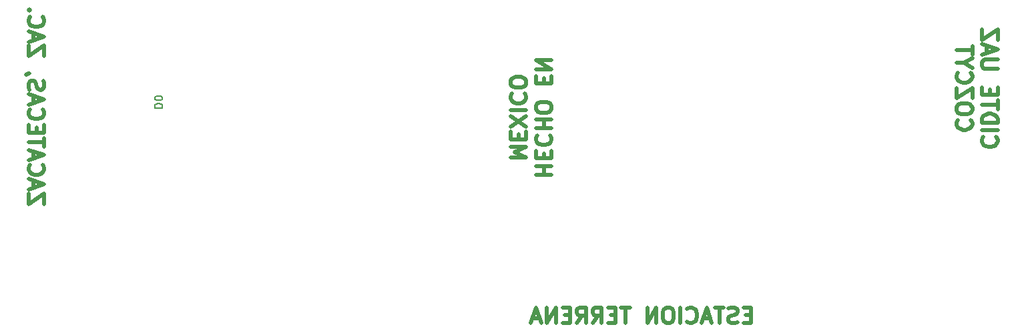
<source format=gbr>
%TF.GenerationSoftware,KiCad,Pcbnew,8.0.4*%
%TF.CreationDate,2024-08-12T16:36:46-06:00*%
%TF.ProjectId,eTerrena,65546572-7265-46e6-912e-6b696361645f,rev?*%
%TF.SameCoordinates,Original*%
%TF.FileFunction,Legend,Bot*%
%TF.FilePolarity,Positive*%
%FSLAX46Y46*%
G04 Gerber Fmt 4.6, Leading zero omitted, Abs format (unit mm)*
G04 Created by KiCad (PCBNEW 8.0.4) date 2024-08-12 16:36:46*
%MOMM*%
%LPD*%
G01*
G04 APERTURE LIST*
%ADD10C,0.500000*%
%ADD11C,0.150000*%
G04 APERTURE END LIST*
D10*
X145260705Y-119785714D02*
X147260705Y-119785714D01*
X146308324Y-119785714D02*
X146308324Y-118642857D01*
X145260705Y-118642857D02*
X147260705Y-118642857D01*
X146308324Y-117690476D02*
X146308324Y-117023809D01*
X145260705Y-116738095D02*
X145260705Y-117690476D01*
X145260705Y-117690476D02*
X147260705Y-117690476D01*
X147260705Y-117690476D02*
X147260705Y-116738095D01*
X145451182Y-114738095D02*
X145355944Y-114833333D01*
X145355944Y-114833333D02*
X145260705Y-115119047D01*
X145260705Y-115119047D02*
X145260705Y-115309523D01*
X145260705Y-115309523D02*
X145355944Y-115595238D01*
X145355944Y-115595238D02*
X145546420Y-115785714D01*
X145546420Y-115785714D02*
X145736896Y-115880952D01*
X145736896Y-115880952D02*
X146117848Y-115976190D01*
X146117848Y-115976190D02*
X146403563Y-115976190D01*
X146403563Y-115976190D02*
X146784515Y-115880952D01*
X146784515Y-115880952D02*
X146974991Y-115785714D01*
X146974991Y-115785714D02*
X147165467Y-115595238D01*
X147165467Y-115595238D02*
X147260705Y-115309523D01*
X147260705Y-115309523D02*
X147260705Y-115119047D01*
X147260705Y-115119047D02*
X147165467Y-114833333D01*
X147165467Y-114833333D02*
X147070229Y-114738095D01*
X145260705Y-113880952D02*
X147260705Y-113880952D01*
X146308324Y-113880952D02*
X146308324Y-112738095D01*
X145260705Y-112738095D02*
X147260705Y-112738095D01*
X147260705Y-111404762D02*
X147260705Y-111023809D01*
X147260705Y-111023809D02*
X147165467Y-110833333D01*
X147165467Y-110833333D02*
X146974991Y-110642857D01*
X146974991Y-110642857D02*
X146594039Y-110547619D01*
X146594039Y-110547619D02*
X145927372Y-110547619D01*
X145927372Y-110547619D02*
X145546420Y-110642857D01*
X145546420Y-110642857D02*
X145355944Y-110833333D01*
X145355944Y-110833333D02*
X145260705Y-111023809D01*
X145260705Y-111023809D02*
X145260705Y-111404762D01*
X145260705Y-111404762D02*
X145355944Y-111595238D01*
X145355944Y-111595238D02*
X145546420Y-111785714D01*
X145546420Y-111785714D02*
X145927372Y-111880952D01*
X145927372Y-111880952D02*
X146594039Y-111880952D01*
X146594039Y-111880952D02*
X146974991Y-111785714D01*
X146974991Y-111785714D02*
X147165467Y-111595238D01*
X147165467Y-111595238D02*
X147260705Y-111404762D01*
X146308324Y-108166666D02*
X146308324Y-107499999D01*
X145260705Y-107214285D02*
X145260705Y-108166666D01*
X145260705Y-108166666D02*
X147260705Y-108166666D01*
X147260705Y-108166666D02*
X147260705Y-107214285D01*
X145260705Y-106357142D02*
X147260705Y-106357142D01*
X147260705Y-106357142D02*
X145260705Y-105214285D01*
X145260705Y-105214285D02*
X147260705Y-105214285D01*
X142040817Y-117547618D02*
X144040817Y-117547618D01*
X144040817Y-117547618D02*
X142612246Y-116880951D01*
X142612246Y-116880951D02*
X144040817Y-116214285D01*
X144040817Y-116214285D02*
X142040817Y-116214285D01*
X143088436Y-115261904D02*
X143088436Y-114595237D01*
X142040817Y-114309523D02*
X142040817Y-115261904D01*
X142040817Y-115261904D02*
X144040817Y-115261904D01*
X144040817Y-115261904D02*
X144040817Y-114309523D01*
X144040817Y-113642856D02*
X142040817Y-112309523D01*
X144040817Y-112309523D02*
X142040817Y-113642856D01*
X142040817Y-111547618D02*
X144040817Y-111547618D01*
X142231294Y-109452380D02*
X142136056Y-109547618D01*
X142136056Y-109547618D02*
X142040817Y-109833332D01*
X142040817Y-109833332D02*
X142040817Y-110023808D01*
X142040817Y-110023808D02*
X142136056Y-110309523D01*
X142136056Y-110309523D02*
X142326532Y-110499999D01*
X142326532Y-110499999D02*
X142517008Y-110595237D01*
X142517008Y-110595237D02*
X142897960Y-110690475D01*
X142897960Y-110690475D02*
X143183675Y-110690475D01*
X143183675Y-110690475D02*
X143564627Y-110595237D01*
X143564627Y-110595237D02*
X143755103Y-110499999D01*
X143755103Y-110499999D02*
X143945579Y-110309523D01*
X143945579Y-110309523D02*
X144040817Y-110023808D01*
X144040817Y-110023808D02*
X144040817Y-109833332D01*
X144040817Y-109833332D02*
X143945579Y-109547618D01*
X143945579Y-109547618D02*
X143850341Y-109452380D01*
X144040817Y-108214285D02*
X144040817Y-107833332D01*
X144040817Y-107833332D02*
X143945579Y-107642856D01*
X143945579Y-107642856D02*
X143755103Y-107452380D01*
X143755103Y-107452380D02*
X143374151Y-107357142D01*
X143374151Y-107357142D02*
X142707484Y-107357142D01*
X142707484Y-107357142D02*
X142326532Y-107452380D01*
X142326532Y-107452380D02*
X142136056Y-107642856D01*
X142136056Y-107642856D02*
X142040817Y-107833332D01*
X142040817Y-107833332D02*
X142040817Y-108214285D01*
X142040817Y-108214285D02*
X142136056Y-108404761D01*
X142136056Y-108404761D02*
X142326532Y-108595237D01*
X142326532Y-108595237D02*
X142707484Y-108690475D01*
X142707484Y-108690475D02*
X143374151Y-108690475D01*
X143374151Y-108690475D02*
X143755103Y-108595237D01*
X143755103Y-108595237D02*
X143945579Y-108404761D01*
X143945579Y-108404761D02*
X144040817Y-108214285D01*
X82925761Y-123455953D02*
X82925761Y-122122620D01*
X82925761Y-122122620D02*
X80925761Y-123455953D01*
X80925761Y-123455953D02*
X80925761Y-122122620D01*
X81497190Y-121455953D02*
X81497190Y-120503572D01*
X80925761Y-121646429D02*
X82925761Y-120979763D01*
X82925761Y-120979763D02*
X80925761Y-120313096D01*
X81116238Y-118503572D02*
X81021000Y-118598810D01*
X81021000Y-118598810D02*
X80925761Y-118884524D01*
X80925761Y-118884524D02*
X80925761Y-119075000D01*
X80925761Y-119075000D02*
X81021000Y-119360715D01*
X81021000Y-119360715D02*
X81211476Y-119551191D01*
X81211476Y-119551191D02*
X81401952Y-119646429D01*
X81401952Y-119646429D02*
X81782904Y-119741667D01*
X81782904Y-119741667D02*
X82068619Y-119741667D01*
X82068619Y-119741667D02*
X82449571Y-119646429D01*
X82449571Y-119646429D02*
X82640047Y-119551191D01*
X82640047Y-119551191D02*
X82830523Y-119360715D01*
X82830523Y-119360715D02*
X82925761Y-119075000D01*
X82925761Y-119075000D02*
X82925761Y-118884524D01*
X82925761Y-118884524D02*
X82830523Y-118598810D01*
X82830523Y-118598810D02*
X82735285Y-118503572D01*
X81497190Y-117741667D02*
X81497190Y-116789286D01*
X80925761Y-117932143D02*
X82925761Y-117265477D01*
X82925761Y-117265477D02*
X80925761Y-116598810D01*
X82925761Y-116217857D02*
X82925761Y-115075000D01*
X80925761Y-115646429D02*
X82925761Y-115646429D01*
X81973380Y-114408333D02*
X81973380Y-113741666D01*
X80925761Y-113455952D02*
X80925761Y-114408333D01*
X80925761Y-114408333D02*
X82925761Y-114408333D01*
X82925761Y-114408333D02*
X82925761Y-113455952D01*
X81116238Y-111455952D02*
X81021000Y-111551190D01*
X81021000Y-111551190D02*
X80925761Y-111836904D01*
X80925761Y-111836904D02*
X80925761Y-112027380D01*
X80925761Y-112027380D02*
X81021000Y-112313095D01*
X81021000Y-112313095D02*
X81211476Y-112503571D01*
X81211476Y-112503571D02*
X81401952Y-112598809D01*
X81401952Y-112598809D02*
X81782904Y-112694047D01*
X81782904Y-112694047D02*
X82068619Y-112694047D01*
X82068619Y-112694047D02*
X82449571Y-112598809D01*
X82449571Y-112598809D02*
X82640047Y-112503571D01*
X82640047Y-112503571D02*
X82830523Y-112313095D01*
X82830523Y-112313095D02*
X82925761Y-112027380D01*
X82925761Y-112027380D02*
X82925761Y-111836904D01*
X82925761Y-111836904D02*
X82830523Y-111551190D01*
X82830523Y-111551190D02*
X82735285Y-111455952D01*
X81497190Y-110694047D02*
X81497190Y-109741666D01*
X80925761Y-110884523D02*
X82925761Y-110217857D01*
X82925761Y-110217857D02*
X80925761Y-109551190D01*
X81021000Y-108979761D02*
X80925761Y-108694047D01*
X80925761Y-108694047D02*
X80925761Y-108217856D01*
X80925761Y-108217856D02*
X81021000Y-108027380D01*
X81021000Y-108027380D02*
X81116238Y-107932142D01*
X81116238Y-107932142D02*
X81306714Y-107836904D01*
X81306714Y-107836904D02*
X81497190Y-107836904D01*
X81497190Y-107836904D02*
X81687666Y-107932142D01*
X81687666Y-107932142D02*
X81782904Y-108027380D01*
X81782904Y-108027380D02*
X81878142Y-108217856D01*
X81878142Y-108217856D02*
X81973380Y-108598809D01*
X81973380Y-108598809D02*
X82068619Y-108789285D01*
X82068619Y-108789285D02*
X82163857Y-108884523D01*
X82163857Y-108884523D02*
X82354333Y-108979761D01*
X82354333Y-108979761D02*
X82544809Y-108979761D01*
X82544809Y-108979761D02*
X82735285Y-108884523D01*
X82735285Y-108884523D02*
X82830523Y-108789285D01*
X82830523Y-108789285D02*
X82925761Y-108598809D01*
X82925761Y-108598809D02*
X82925761Y-108122618D01*
X82925761Y-108122618D02*
X82830523Y-107836904D01*
X81021000Y-106884523D02*
X80925761Y-106884523D01*
X80925761Y-106884523D02*
X80735285Y-106979761D01*
X80735285Y-106979761D02*
X80640047Y-107074999D01*
X82925761Y-104694046D02*
X82925761Y-103360713D01*
X82925761Y-103360713D02*
X80925761Y-104694046D01*
X80925761Y-104694046D02*
X80925761Y-103360713D01*
X81497190Y-102694046D02*
X81497190Y-101741665D01*
X80925761Y-102884522D02*
X82925761Y-102217856D01*
X82925761Y-102217856D02*
X80925761Y-101551189D01*
X81116238Y-99741665D02*
X81021000Y-99836903D01*
X81021000Y-99836903D02*
X80925761Y-100122617D01*
X80925761Y-100122617D02*
X80925761Y-100313093D01*
X80925761Y-100313093D02*
X81021000Y-100598808D01*
X81021000Y-100598808D02*
X81211476Y-100789284D01*
X81211476Y-100789284D02*
X81401952Y-100884522D01*
X81401952Y-100884522D02*
X81782904Y-100979760D01*
X81782904Y-100979760D02*
X82068619Y-100979760D01*
X82068619Y-100979760D02*
X82449571Y-100884522D01*
X82449571Y-100884522D02*
X82640047Y-100789284D01*
X82640047Y-100789284D02*
X82830523Y-100598808D01*
X82830523Y-100598808D02*
X82925761Y-100313093D01*
X82925761Y-100313093D02*
X82925761Y-100122617D01*
X82925761Y-100122617D02*
X82830523Y-99836903D01*
X82830523Y-99836903D02*
X82735285Y-99741665D01*
X81116238Y-98884522D02*
X81021000Y-98789284D01*
X81021000Y-98789284D02*
X80925761Y-98884522D01*
X80925761Y-98884522D02*
X81021000Y-98979760D01*
X81021000Y-98979760D02*
X81116238Y-98884522D01*
X81116238Y-98884522D02*
X80925761Y-98884522D01*
X172544862Y-137531619D02*
X171878195Y-137531619D01*
X171592481Y-138579238D02*
X172544862Y-138579238D01*
X172544862Y-138579238D02*
X172544862Y-136579238D01*
X172544862Y-136579238D02*
X171592481Y-136579238D01*
X170830576Y-138484000D02*
X170544862Y-138579238D01*
X170544862Y-138579238D02*
X170068671Y-138579238D01*
X170068671Y-138579238D02*
X169878195Y-138484000D01*
X169878195Y-138484000D02*
X169782957Y-138388761D01*
X169782957Y-138388761D02*
X169687719Y-138198285D01*
X169687719Y-138198285D02*
X169687719Y-138007809D01*
X169687719Y-138007809D02*
X169782957Y-137817333D01*
X169782957Y-137817333D02*
X169878195Y-137722095D01*
X169878195Y-137722095D02*
X170068671Y-137626857D01*
X170068671Y-137626857D02*
X170449624Y-137531619D01*
X170449624Y-137531619D02*
X170640100Y-137436380D01*
X170640100Y-137436380D02*
X170735338Y-137341142D01*
X170735338Y-137341142D02*
X170830576Y-137150666D01*
X170830576Y-137150666D02*
X170830576Y-136960190D01*
X170830576Y-136960190D02*
X170735338Y-136769714D01*
X170735338Y-136769714D02*
X170640100Y-136674476D01*
X170640100Y-136674476D02*
X170449624Y-136579238D01*
X170449624Y-136579238D02*
X169973433Y-136579238D01*
X169973433Y-136579238D02*
X169687719Y-136674476D01*
X169116290Y-136579238D02*
X167973433Y-136579238D01*
X168544862Y-138579238D02*
X168544862Y-136579238D01*
X167402004Y-138007809D02*
X166449623Y-138007809D01*
X167592480Y-138579238D02*
X166925814Y-136579238D01*
X166925814Y-136579238D02*
X166259147Y-138579238D01*
X164449623Y-138388761D02*
X164544861Y-138484000D01*
X164544861Y-138484000D02*
X164830575Y-138579238D01*
X164830575Y-138579238D02*
X165021051Y-138579238D01*
X165021051Y-138579238D02*
X165306766Y-138484000D01*
X165306766Y-138484000D02*
X165497242Y-138293523D01*
X165497242Y-138293523D02*
X165592480Y-138103047D01*
X165592480Y-138103047D02*
X165687718Y-137722095D01*
X165687718Y-137722095D02*
X165687718Y-137436380D01*
X165687718Y-137436380D02*
X165592480Y-137055428D01*
X165592480Y-137055428D02*
X165497242Y-136864952D01*
X165497242Y-136864952D02*
X165306766Y-136674476D01*
X165306766Y-136674476D02*
X165021051Y-136579238D01*
X165021051Y-136579238D02*
X164830575Y-136579238D01*
X164830575Y-136579238D02*
X164544861Y-136674476D01*
X164544861Y-136674476D02*
X164449623Y-136769714D01*
X163592480Y-138579238D02*
X163592480Y-136579238D01*
X162259147Y-136579238D02*
X161878194Y-136579238D01*
X161878194Y-136579238D02*
X161687718Y-136674476D01*
X161687718Y-136674476D02*
X161497242Y-136864952D01*
X161497242Y-136864952D02*
X161402004Y-137245904D01*
X161402004Y-137245904D02*
X161402004Y-137912571D01*
X161402004Y-137912571D02*
X161497242Y-138293523D01*
X161497242Y-138293523D02*
X161687718Y-138484000D01*
X161687718Y-138484000D02*
X161878194Y-138579238D01*
X161878194Y-138579238D02*
X162259147Y-138579238D01*
X162259147Y-138579238D02*
X162449623Y-138484000D01*
X162449623Y-138484000D02*
X162640099Y-138293523D01*
X162640099Y-138293523D02*
X162735337Y-137912571D01*
X162735337Y-137912571D02*
X162735337Y-137245904D01*
X162735337Y-137245904D02*
X162640099Y-136864952D01*
X162640099Y-136864952D02*
X162449623Y-136674476D01*
X162449623Y-136674476D02*
X162259147Y-136579238D01*
X160544861Y-138579238D02*
X160544861Y-136579238D01*
X160544861Y-136579238D02*
X159402004Y-138579238D01*
X159402004Y-138579238D02*
X159402004Y-136579238D01*
X157211527Y-136579238D02*
X156068670Y-136579238D01*
X156640099Y-138579238D02*
X156640099Y-136579238D01*
X155402003Y-137531619D02*
X154735336Y-137531619D01*
X154449622Y-138579238D02*
X155402003Y-138579238D01*
X155402003Y-138579238D02*
X155402003Y-136579238D01*
X155402003Y-136579238D02*
X154449622Y-136579238D01*
X152449622Y-138579238D02*
X153116289Y-137626857D01*
X153592479Y-138579238D02*
X153592479Y-136579238D01*
X153592479Y-136579238D02*
X152830574Y-136579238D01*
X152830574Y-136579238D02*
X152640098Y-136674476D01*
X152640098Y-136674476D02*
X152544860Y-136769714D01*
X152544860Y-136769714D02*
X152449622Y-136960190D01*
X152449622Y-136960190D02*
X152449622Y-137245904D01*
X152449622Y-137245904D02*
X152544860Y-137436380D01*
X152544860Y-137436380D02*
X152640098Y-137531619D01*
X152640098Y-137531619D02*
X152830574Y-137626857D01*
X152830574Y-137626857D02*
X153592479Y-137626857D01*
X150449622Y-138579238D02*
X151116289Y-137626857D01*
X151592479Y-138579238D02*
X151592479Y-136579238D01*
X151592479Y-136579238D02*
X150830574Y-136579238D01*
X150830574Y-136579238D02*
X150640098Y-136674476D01*
X150640098Y-136674476D02*
X150544860Y-136769714D01*
X150544860Y-136769714D02*
X150449622Y-136960190D01*
X150449622Y-136960190D02*
X150449622Y-137245904D01*
X150449622Y-137245904D02*
X150544860Y-137436380D01*
X150544860Y-137436380D02*
X150640098Y-137531619D01*
X150640098Y-137531619D02*
X150830574Y-137626857D01*
X150830574Y-137626857D02*
X151592479Y-137626857D01*
X149592479Y-137531619D02*
X148925812Y-137531619D01*
X148640098Y-138579238D02*
X149592479Y-138579238D01*
X149592479Y-138579238D02*
X149592479Y-136579238D01*
X149592479Y-136579238D02*
X148640098Y-136579238D01*
X147782955Y-138579238D02*
X147782955Y-136579238D01*
X147782955Y-136579238D02*
X146640098Y-138579238D01*
X146640098Y-138579238D02*
X146640098Y-136579238D01*
X145782955Y-138007809D02*
X144830574Y-138007809D01*
X145973431Y-138579238D02*
X145306765Y-136579238D01*
X145306765Y-136579238D02*
X144640098Y-138579238D01*
X202026182Y-114967857D02*
X201930944Y-115063095D01*
X201930944Y-115063095D02*
X201835705Y-115348809D01*
X201835705Y-115348809D02*
X201835705Y-115539285D01*
X201835705Y-115539285D02*
X201930944Y-115825000D01*
X201930944Y-115825000D02*
X202121420Y-116015476D01*
X202121420Y-116015476D02*
X202311896Y-116110714D01*
X202311896Y-116110714D02*
X202692848Y-116205952D01*
X202692848Y-116205952D02*
X202978563Y-116205952D01*
X202978563Y-116205952D02*
X203359515Y-116110714D01*
X203359515Y-116110714D02*
X203549991Y-116015476D01*
X203549991Y-116015476D02*
X203740467Y-115825000D01*
X203740467Y-115825000D02*
X203835705Y-115539285D01*
X203835705Y-115539285D02*
X203835705Y-115348809D01*
X203835705Y-115348809D02*
X203740467Y-115063095D01*
X203740467Y-115063095D02*
X203645229Y-114967857D01*
X201835705Y-114110714D02*
X203835705Y-114110714D01*
X201835705Y-113158333D02*
X203835705Y-113158333D01*
X203835705Y-113158333D02*
X203835705Y-112682143D01*
X203835705Y-112682143D02*
X203740467Y-112396428D01*
X203740467Y-112396428D02*
X203549991Y-112205952D01*
X203549991Y-112205952D02*
X203359515Y-112110714D01*
X203359515Y-112110714D02*
X202978563Y-112015476D01*
X202978563Y-112015476D02*
X202692848Y-112015476D01*
X202692848Y-112015476D02*
X202311896Y-112110714D01*
X202311896Y-112110714D02*
X202121420Y-112205952D01*
X202121420Y-112205952D02*
X201930944Y-112396428D01*
X201930944Y-112396428D02*
X201835705Y-112682143D01*
X201835705Y-112682143D02*
X201835705Y-113158333D01*
X203835705Y-111444047D02*
X203835705Y-110301190D01*
X201835705Y-110872619D02*
X203835705Y-110872619D01*
X202883324Y-109634523D02*
X202883324Y-108967856D01*
X201835705Y-108682142D02*
X201835705Y-109634523D01*
X201835705Y-109634523D02*
X203835705Y-109634523D01*
X203835705Y-109634523D02*
X203835705Y-108682142D01*
X203835705Y-106301189D02*
X202216658Y-106301189D01*
X202216658Y-106301189D02*
X202026182Y-106205951D01*
X202026182Y-106205951D02*
X201930944Y-106110713D01*
X201930944Y-106110713D02*
X201835705Y-105920237D01*
X201835705Y-105920237D02*
X201835705Y-105539284D01*
X201835705Y-105539284D02*
X201930944Y-105348808D01*
X201930944Y-105348808D02*
X202026182Y-105253570D01*
X202026182Y-105253570D02*
X202216658Y-105158332D01*
X202216658Y-105158332D02*
X203835705Y-105158332D01*
X202407134Y-104301189D02*
X202407134Y-103348808D01*
X201835705Y-104491665D02*
X203835705Y-103824999D01*
X203835705Y-103824999D02*
X201835705Y-103158332D01*
X203835705Y-102682141D02*
X203835705Y-101348808D01*
X203835705Y-101348808D02*
X201835705Y-102682141D01*
X201835705Y-102682141D02*
X201835705Y-101348808D01*
X198806294Y-112825000D02*
X198711056Y-112920238D01*
X198711056Y-112920238D02*
X198615817Y-113205952D01*
X198615817Y-113205952D02*
X198615817Y-113396428D01*
X198615817Y-113396428D02*
X198711056Y-113682143D01*
X198711056Y-113682143D02*
X198901532Y-113872619D01*
X198901532Y-113872619D02*
X199092008Y-113967857D01*
X199092008Y-113967857D02*
X199472960Y-114063095D01*
X199472960Y-114063095D02*
X199758675Y-114063095D01*
X199758675Y-114063095D02*
X200139627Y-113967857D01*
X200139627Y-113967857D02*
X200330103Y-113872619D01*
X200330103Y-113872619D02*
X200520579Y-113682143D01*
X200520579Y-113682143D02*
X200615817Y-113396428D01*
X200615817Y-113396428D02*
X200615817Y-113205952D01*
X200615817Y-113205952D02*
X200520579Y-112920238D01*
X200520579Y-112920238D02*
X200425341Y-112825000D01*
X200615817Y-111586905D02*
X200615817Y-111205952D01*
X200615817Y-111205952D02*
X200520579Y-111015476D01*
X200520579Y-111015476D02*
X200330103Y-110825000D01*
X200330103Y-110825000D02*
X199949151Y-110729762D01*
X199949151Y-110729762D02*
X199282484Y-110729762D01*
X199282484Y-110729762D02*
X198901532Y-110825000D01*
X198901532Y-110825000D02*
X198711056Y-111015476D01*
X198711056Y-111015476D02*
X198615817Y-111205952D01*
X198615817Y-111205952D02*
X198615817Y-111586905D01*
X198615817Y-111586905D02*
X198711056Y-111777381D01*
X198711056Y-111777381D02*
X198901532Y-111967857D01*
X198901532Y-111967857D02*
X199282484Y-112063095D01*
X199282484Y-112063095D02*
X199949151Y-112063095D01*
X199949151Y-112063095D02*
X200330103Y-111967857D01*
X200330103Y-111967857D02*
X200520579Y-111777381D01*
X200520579Y-111777381D02*
X200615817Y-111586905D01*
X200615817Y-110063095D02*
X200615817Y-108729762D01*
X200615817Y-108729762D02*
X198615817Y-110063095D01*
X198615817Y-110063095D02*
X198615817Y-108729762D01*
X198806294Y-106825000D02*
X198711056Y-106920238D01*
X198711056Y-106920238D02*
X198615817Y-107205952D01*
X198615817Y-107205952D02*
X198615817Y-107396428D01*
X198615817Y-107396428D02*
X198711056Y-107682143D01*
X198711056Y-107682143D02*
X198901532Y-107872619D01*
X198901532Y-107872619D02*
X199092008Y-107967857D01*
X199092008Y-107967857D02*
X199472960Y-108063095D01*
X199472960Y-108063095D02*
X199758675Y-108063095D01*
X199758675Y-108063095D02*
X200139627Y-107967857D01*
X200139627Y-107967857D02*
X200330103Y-107872619D01*
X200330103Y-107872619D02*
X200520579Y-107682143D01*
X200520579Y-107682143D02*
X200615817Y-107396428D01*
X200615817Y-107396428D02*
X200615817Y-107205952D01*
X200615817Y-107205952D02*
X200520579Y-106920238D01*
X200520579Y-106920238D02*
X200425341Y-106825000D01*
X199568198Y-105586905D02*
X198615817Y-105586905D01*
X200615817Y-106253571D02*
X199568198Y-105586905D01*
X199568198Y-105586905D02*
X200615817Y-104920238D01*
X200615817Y-104539285D02*
X200615817Y-103396428D01*
X198615817Y-103967857D02*
X200615817Y-103967857D01*
D11*
X96910180Y-111278094D02*
X97910180Y-111278094D01*
X97910180Y-111278094D02*
X97910180Y-111039999D01*
X97910180Y-111039999D02*
X97862561Y-110897142D01*
X97862561Y-110897142D02*
X97767323Y-110801904D01*
X97767323Y-110801904D02*
X97672085Y-110754285D01*
X97672085Y-110754285D02*
X97481609Y-110706666D01*
X97481609Y-110706666D02*
X97338752Y-110706666D01*
X97338752Y-110706666D02*
X97148276Y-110754285D01*
X97148276Y-110754285D02*
X97053038Y-110801904D01*
X97053038Y-110801904D02*
X96957800Y-110897142D01*
X96957800Y-110897142D02*
X96910180Y-111039999D01*
X96910180Y-111039999D02*
X96910180Y-111278094D01*
X97910180Y-110087618D02*
X97910180Y-109992380D01*
X97910180Y-109992380D02*
X97862561Y-109897142D01*
X97862561Y-109897142D02*
X97814942Y-109849523D01*
X97814942Y-109849523D02*
X97719704Y-109801904D01*
X97719704Y-109801904D02*
X97529228Y-109754285D01*
X97529228Y-109754285D02*
X97291133Y-109754285D01*
X97291133Y-109754285D02*
X97100657Y-109801904D01*
X97100657Y-109801904D02*
X97005419Y-109849523D01*
X97005419Y-109849523D02*
X96957800Y-109897142D01*
X96957800Y-109897142D02*
X96910180Y-109992380D01*
X96910180Y-109992380D02*
X96910180Y-110087618D01*
X96910180Y-110087618D02*
X96957800Y-110182856D01*
X96957800Y-110182856D02*
X97005419Y-110230475D01*
X97005419Y-110230475D02*
X97100657Y-110278094D01*
X97100657Y-110278094D02*
X97291133Y-110325713D01*
X97291133Y-110325713D02*
X97529228Y-110325713D01*
X97529228Y-110325713D02*
X97719704Y-110278094D01*
X97719704Y-110278094D02*
X97814942Y-110230475D01*
X97814942Y-110230475D02*
X97862561Y-110182856D01*
X97862561Y-110182856D02*
X97910180Y-110087618D01*
M02*

</source>
